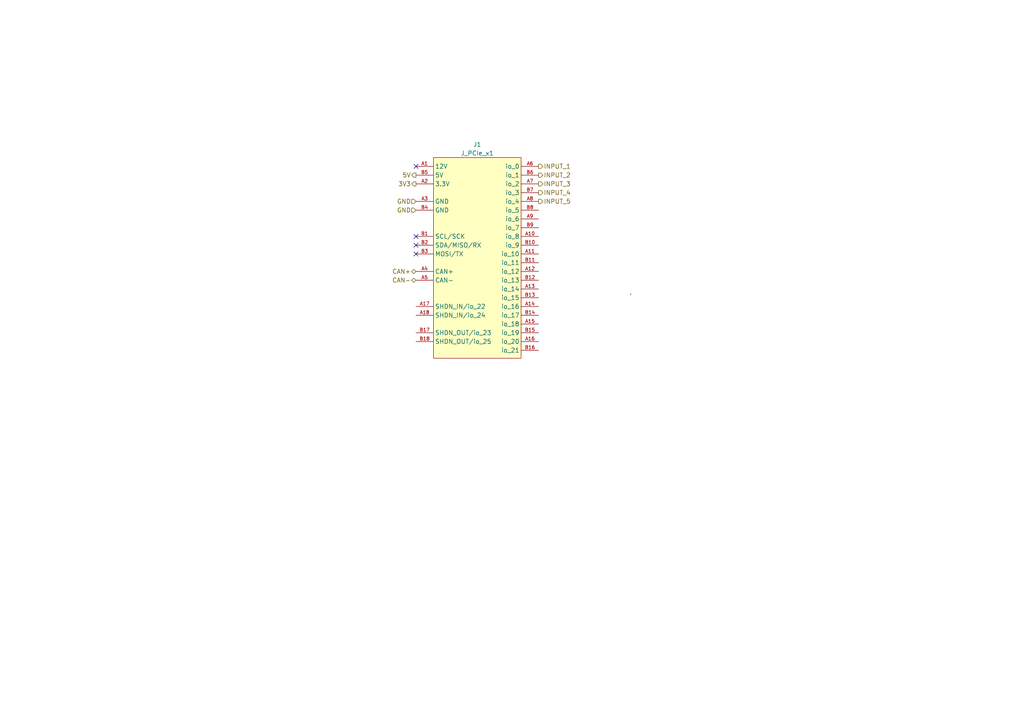
<source format=kicad_sch>
(kicad_sch (version 20250114) (generator "eeschema") (generator_version "9.0")
  (paper "A4")
  (lib_symbols
    (symbol "OEM:J_PCIe_x1"
      (property "Reference" "J" (at 0 30.48 0))
      (property "Value" "J_PCIe_x1" (at 0 27.94 0))
      (symbol "J_PCIe_x1_0_1"
        (circle (center 44.45 -12.954) (radius 0.0001))
      )
      (symbol "J_PCIe_x1_1_1"
        (rectangle (start -12.7 26.67) (end 12.7 -31.496) (fill (type background)))
        (pin bidirectional line (at -17.78 24.13 0) (length 5) (name "12V") (number "A1"))
        (pin bidirectional line (at -17.78 21.59 0) (length 5) (name "5V") (number "B5"))
        (pin bidirectional line (at -17.78 19.05 0) (length 5) (name "3.3V") (number "A2"))
        (pin bidirectional line (at -17.78 13.97 0) (length 5) (name "GND") (number "A3"))
        (pin bidirectional line (at -17.78 11.43 0) (length 5) (name "GND") (number "B4"))
        (pin bidirectional line (at -17.78 3.81 0) (length 5) (name "SCL/SCK") (number "B1"))
        (pin bidirectional line (at -17.78 1.27 0) (length 5) (name "SDA/MISO/RX") (number "B2"))
        (pin bidirectional line (at -17.78 -1.27 0) (length 5) (name "MOSI/TX") (number "B3"))
        (pin bidirectional line (at -17.78 -6.35 0) (length 5) (name "CAN+") (number "A4"))
        (pin bidirectional line (at -17.78 -8.89 0) (length 5) (name "CAN-") (number "A5"))
        (pin bidirectional line (at -17.78 -16.51 0) (length 5) (name "SHDN_IN/io_22") (number "A17"))
        (pin bidirectional line (at -17.78 -19.05 0) (length 5) (name "SHDN_IN/io_24") (number "A18"))
        (pin bidirectional line (at -17.78 -24.13 0) (length 5) (name "SHDN_OUT/io_23") (number "B17"))
        (pin bidirectional line (at -17.78 -26.67 0) (length 5) (name "SHDN_OUT/io_25") (number "B18"))
        (pin bidirectional line (at 17.78 24.13 180) (length 5) (name "io_0") (number "A6"))
        (pin bidirectional line (at 17.78 21.59 180) (length 5) (name "io_1") (number "B6"))
        (pin bidirectional line (at 17.78 19.05 180) (length 5) (name "io_2") (number "A7"))
        (pin bidirectional line (at 17.78 16.51 180) (length 5) (name "io_3") (number "B7"))
        (pin bidirectional line (at 17.78 13.97 180) (length 5) (name "io_4") (number "A8"))
        (pin bidirectional line (at 17.78 11.43 180) (length 5) (name "io_5") (number "B8"))
        (pin bidirectional line (at 17.78 8.89 180) (length 5) (name "io_6") (number "A9"))
        (pin bidirectional line (at 17.78 6.35 180) (length 5) (name "io_7") (number "B9"))
        (pin bidirectional line (at 17.78 3.81 180) (length 5) (name "io_8") (number "A10"))
        (pin bidirectional line (at 17.78 1.27 180) (length 5) (name "io_9") (number "B10"))
        (pin bidirectional line (at 17.78 -1.27 180) (length 5) (name "io_10") (number "A11"))
        (pin bidirectional line (at 17.78 -3.81 180) (length 5) (name "io_11") (number "B11"))
        (pin bidirectional line (at 17.78 -6.35 180) (length 5) (name "io_12") (number "A12"))
        (pin bidirectional line (at 17.78 -8.89 180) (length 5) (name "io_13") (number "B12"))
        (pin bidirectional line (at 17.78 -11.43 180) (length 5) (name "io_14") (number "A13"))
        (pin bidirectional line (at 17.78 -13.97 180) (length 5) (name "io_15") (number "B13"))
        (pin bidirectional line (at 17.78 -16.51 180) (length 5) (name "io_16") (number "A14"))
        (pin bidirectional line (at 17.78 -19.05 180) (length 5) (name "io_17") (number "B14"))
        (pin bidirectional line (at 17.78 -21.59 180) (length 5) (name "io_18") (number "A15"))
        (pin bidirectional line (at 17.78 -24.13 180) (length 5) (name "io_19") (number "B15"))
        (pin bidirectional line (at 17.78 -26.67 180) (length 5) (name "io_20") (number "A16"))
        (pin bidirectional line (at 17.78 -29.21 180) (length 5) (name "io_21") (number "B16"))
      )
    )
  )
  (no_connect (at 120.65 68.58))
  (no_connect (at 120.65 71.12))
  (no_connect (at 120.65 48.26))
  (no_connect (at 120.65 73.66))
  (hierarchical_label "GND" (shape input) (at 120.65 58.42 180))
  (hierarchical_label "5V" (shape output) (at 120.65 50.8 180))
  (hierarchical_label "CAN-" (shape bidirectional) (at 120.65 81.28 180))
  (hierarchical_label "INPUT_1" (shape output) (at 156.21 48.26 0))
  (hierarchical_label "INPUT_2" (shape output) (at 156.21 50.8 0))
  (hierarchical_label "3V3" (shape output) (at 120.65 53.34 180))
  (hierarchical_label "INPUT_3" (shape output) (at 156.21 53.34 0))
  (hierarchical_label "INPUT_5" (shape output) (at 156.21 58.42 0))
  (hierarchical_label "GND" (shape input) (at 120.65 60.96 180))
  (hierarchical_label "INPUT_4" (shape output) (at 156.21 55.88 0))
  (hierarchical_label "CAN+" (shape bidirectional) (at 120.65 78.74 180))
  (symbol (lib_id "OEM:J_PCIe_x1") (at 138.43 72.39 0) (unit 1)
    (property "Reference" "J1" (at 138.43 41.91 0))
    (property "Value" "J_PCIe_x1" (at 138.43 44.45 0))
    (property "Footprint" "OEM:te_pcie_x1_connector" (effects (hide yes)))
    (property "Datasheet" "https://www.te.com/commerce/DocumentDelivery/DDEController?Action=showdoc&DocId=Data+Sheet%7F4-1773442-7%7F0308%7Fpdf%7FEnglish%7FENG_DS_4-1773442-7_0308.pdf%7F2-1761465-1" (effects (hide yes)))
    (property "Description" "Interface used to connect daugterboards to Mk.VII's motherboards" (effects (hide yes)))
    (property "MPN" "2-1761465-1" (effects (hide yes)))
  )
)
</source>
